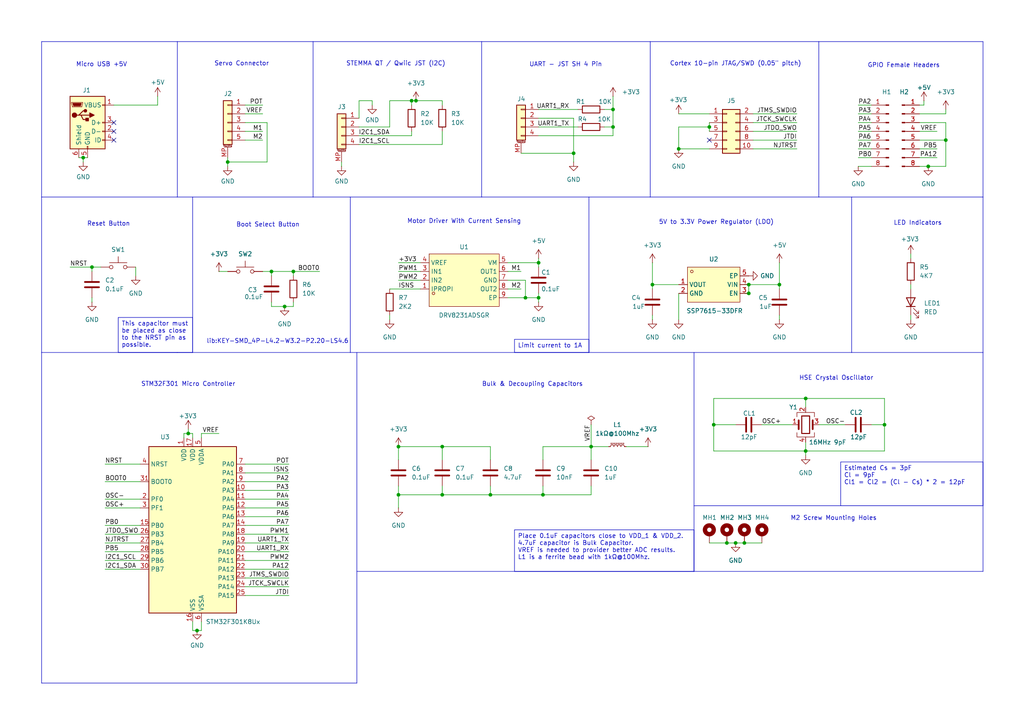
<source format=kicad_sch>
(kicad_sch (version 20231120) (generator "eeschema") (generator_version "8.0")
  (paper "A4")
  (lib_symbols
    (symbol "Connector:Conn_01x08_Pin" (pin_names (offset 1.016) hide)
      (property "Reference" "J" (at 0 10.16 0))
      (property "Value" "Conn_01x08_Pin" (at 0 -12.7 0))
      (symbol "Conn_01x08_Pin_1_1"
        (pin passive line (at 5.08 7.62 180) (length 3.81) (name "Pin_1") (number "1"))
        (pin passive line (at 5.08 5.08 180) (length 3.81) (name "Pin_2") (number "2"))
        (pin passive line (at 5.08 2.54 180) (length 3.81) (name "Pin_3") (number "3"))
        (pin passive line (at 5.08 0 180) (length 3.81) (name "Pin_4") (number "4"))
        (pin passive line (at 5.08 -2.54 180) (length 3.81) (name "Pin_5") (number "5"))
        (pin passive line (at 5.08 -5.08 180) (length 3.81) (name "Pin_6") (number "6"))
        (pin passive line (at 5.08 -7.62 180) (length 3.81) (name "Pin_7") (number "7"))
        (pin passive line (at 5.08 -10.16 180) (length 3.81) (name "Pin_8") (number "8"))
      )
    )
    (symbol "Connector:USB_B_Micro" (pin_names (offset 1.016))
      (property "Reference" "J" (at -5.08 11.43 0))
      (property "Value" "USB_B_Micro" (at -5.08 8.89 0))
      (symbol "USB_B_Micro_1_1"
        (pin power_out line (at 7.62 5.08 180) (length 2.54) (name "VBUS") (number "1"))
        (pin bidirectional line (at 7.62 -2.54 180) (length 2.54) (name "D-") (number "2"))
        (pin bidirectional line (at 7.62 0 180) (length 2.54) (name "D+") (number "3"))
        (pin passive line (at 7.62 -5.08 180) (length 2.54) (name "ID") (number "4"))
        (pin power_out line (at 0 -10.16 90) (length 2.54) (name "GND") (number "5"))
        (pin passive line (at -2.54 -10.16 90) (length 2.54) (name "Shield") (number "6"))
      )
    )
    (symbol "Connector_Generic:Conn_02x05_Odd_Even" (pin_names (offset 1.016) hide)
      (property "Reference" "J" (at 1.27 7.62 0))
      (property "Value" "Conn_02x05_Odd_Even" (at 1.27 -7.62 0))
      (symbol "Conn_02x05_Odd_Even_1_1"
        (pin passive line (at -5.08 5.08 0) (length 3.81) (name "Pin_1") (number "1"))
        (pin passive line (at 7.62 -5.08 180) (length 3.81) (name "Pin_10") (number "10"))
        (pin passive line (at 7.62 5.08 180) (length 3.81) (name "Pin_2") (number "2"))
        (pin passive line (at -5.08 2.54 0) (length 3.81) (name "Pin_3") (number "3"))
        (pin passive line (at 7.62 2.54 180) (length 3.81) (name "Pin_4") (number "4"))
        (pin passive line (at -5.08 0 0) (length 3.81) (name "Pin_5") (number "5"))
        (pin passive line (at 7.62 0 180) (length 3.81) (name "Pin_6") (number "6"))
        (pin passive line (at -5.08 -2.54 0) (length 3.81) (name "Pin_7") (number "7"))
        (pin passive line (at 7.62 -2.54 180) (length 3.81) (name "Pin_8") (number "8"))
        (pin passive line (at -5.08 -5.08 0) (length 3.81) (name "Pin_9") (number "9"))
      )
    )
    (symbol "Connector_Generic_MountingPin:Conn_01x04_MountingPin" (pin_names (offset 1.016) hide)
      (property "Reference" "J" (at 0 5.08 0))
      (property "Value" "Conn_01x04_MountingPin" (at 1.27 -7.62 0))
      (symbol "Conn_01x04_MountingPin_1_1"
        (text "Mounting" (at 0 -6.731 0) (effects (font (size 0.381 0.381))))
        (pin passive line (at -5.08 2.54 0) (length 3.81) (name "Pin_1") (number "1"))
        (pin passive line (at -5.08 0 0) (length 3.81) (name "Pin_2") (number "2"))
        (pin passive line (at -5.08 -2.54 0) (length 3.81) (name "Pin_3") (number "3"))
        (pin passive line (at -5.08 -5.08 0) (length 3.81) (name "Pin_4") (number "4"))
        (pin passive line (at 0 -10.16 90) (length 3.048) (name "MountPin") (number "MP"))
      )
    )
    (symbol "Connector_Generic_MountingPin:Conn_01x05_MountingPin" (pin_names (offset 1.016) hide)
      (property "Reference" "J" (at 0 7.62 0))
      (property "Value" "Conn_01x05_MountingPin" (at 1.27 -7.62 0))
      (symbol "Conn_01x05_MountingPin_1_1"
        (text "Mounting" (at 0 -6.731 0) (effects (font (size 0.381 0.381))))
        (pin passive line (at -5.08 5.08 0) (length 3.81) (name "Pin_1") (number "1"))
        (pin passive line (at -5.08 2.54 0) (length 3.81) (name "Pin_2") (number "2"))
        (pin passive line (at -5.08 0 0) (length 3.81) (name "Pin_3") (number "3"))
        (pin passive line (at -5.08 -2.54 0) (length 3.81) (name "Pin_4") (number "4"))
        (pin passive line (at -5.08 -5.08 0) (length 3.81) (name "Pin_5") (number "5"))
        (pin passive line (at 0 -10.16 90) (length 3.048) (name "MountPin") (number "MP"))
      )
    )
    (symbol "Device:C" (pin_numbers hide) (pin_names (offset 0.254))
      (property "Reference" "C" (at 0.635 2.54 0))
      (property "Value" "C" (at 0.635 -2.54 0))
      (symbol "C_1_1"
        (pin passive line (at 0 3.81 270) (length 2.794) (name "~") (number "1"))
        (pin passive line (at 0 -3.81 90) (length 2.794) (name "~") (number "2"))
      )
    )
    (symbol "Device:Crystal_GND24" (pin_names (offset 1.016) hide)
      (property "Reference" "Y" (at 3.175 5.08 0))
      (property "Value" "Crystal_GND24" (at 3.175 3.175 0))
      (symbol "Crystal_GND24_1_1"
        (pin passive line (at -3.81 0 0) (length 1.27) (name "1") (number "1"))
        (pin passive line (at 0 5.08 270) (length 1.27) (name "2") (number "2"))
        (pin passive line (at 3.81 0 180) (length 1.27) (name "3") (number "3"))
        (pin passive line (at 0 -5.08 90) (length 1.27) (name "4") (number "4"))
      )
    )
    (symbol "Device:LED" (pin_numbers hide) (pin_names (offset 1.016) hide)
      (property "Reference" "D" (at 0 2.54 0))
      (property "Value" "LED" (at 0 -2.54 0))
      (symbol "LED_1_1"
        (pin passive line (at -3.81 0 0) (length 2.54) (name "K") (number "1"))
        (pin passive line (at 3.81 0 180) (length 2.54) (name "A") (number "2"))
      )
    )
    (symbol "Device:L_Ferrite_Small" (pin_numbers hide) (pin_names (offset 0.254) hide)
      (property "Reference" "L" (at 1.27 1.016 0))
      (property "Value" "L_Ferrite_Small" (at 1.27 -1.27 0))
      (symbol "L_Ferrite_Small_1_1"
        (pin passive line (at 0 2.54 270) (length 0.508) (name "~") (number "1"))
        (pin passive line (at 0 -2.54 90) (length 0.508) (name "~") (number "2"))
      )
    )
    (symbol "Device:R" (pin_numbers hide) (pin_names (offset 0))
      (property "Reference" "R" (at 2.032 0 90))
      (property "Value" "R" (at 0 0 90))
      (symbol "R_1_1"
        (pin passive line (at 0 3.81 270) (length 1.27) (name "~") (number "1"))
        (pin passive line (at 0 -3.81 90) (length 1.27) (name "~") (number "2"))
      )
    )
    (symbol "MCU_ST_STM32F3:STM32F301K8Ux"
      (property "Reference" "U" (at -12.7 26.67 0))
      (property "Value" "STM32F301K8Ux" (at 5.08 26.67 0))
      (symbol "STM32F301K8Ux_1_1"
        (pin power_in line (at -2.54 27.94 270) (length 2.54) (name "VDD") (number "1"))
        (pin bidirectional line (at 15.24 12.7 180) (length 2.54) (name "PA3") (number "10"))
        (pin bidirectional line (at 15.24 10.16 180) (length 2.54) (name "PA4") (number "11"))
        (pin bidirectional line (at 15.24 7.62 180) (length 2.54) (name "PA5") (number "12"))
        (pin bidirectional line (at 15.24 5.08 180) (length 2.54) (name "PA6") (number "13"))
        (pin bidirectional line (at 15.24 2.54 180) (length 2.54) (name "PA7") (number "14"))
        (pin bidirectional line (at -15.24 2.54 0) (length 2.54) (name "PB0") (number "15"))
        (pin power_in line (at 0 -25.4 90) (length 2.54) (name "VSS") (number "16"))
        (pin power_in line (at 0 27.94 270) (length 2.54) (name "VDD") (number "17"))
        (pin bidirectional line (at 15.24 0 180) (length 2.54) (name "PA8") (number "18"))
        (pin bidirectional line (at 15.24 -2.54 180) (length 2.54) (name "PA9") (number "19"))
        (pin bidirectional line (at -15.24 10.16 0) (length 2.54) (name "PF0") (number "2"))
        (pin bidirectional line (at 15.24 -5.08 180) (length 2.54) (name "PA10") (number "20"))
        (pin bidirectional line (at 15.24 -7.62 180) (length 2.54) (name "PA11") (number "21"))
        (pin bidirectional line (at 15.24 -10.16 180) (length 2.54) (name "PA12") (number "22"))
        (pin bidirectional line (at 15.24 -12.7 180) (length 2.54) (name "PA13") (number "23"))
        (pin bidirectional line (at 15.24 -15.24 180) (length 2.54) (name "PA14") (number "24"))
        (pin bidirectional line (at 15.24 -17.78 180) (length 2.54) (name "PA15") (number "25"))
        (pin bidirectional line (at -15.24 0 0) (length 2.54) (name "PB3") (number "26"))
        (pin bidirectional line (at -15.24 -2.54 0) (length 2.54) (name "PB4") (number "27"))
        (pin bidirectional line (at -15.24 -5.08 0) (length 2.54) (name "PB5") (number "28"))
        (pin bidirectional line (at -15.24 -7.62 0) (length 2.54) (name "PB6") (number "29"))
        (pin bidirectional line (at -15.24 7.62 0) (length 2.54) (name "PF1") (number "3"))
        (pin bidirectional line (at -15.24 -10.16 0) (length 2.54) (name "PB7") (number "30"))
        (pin input line (at -15.24 15.24 0) (length 2.54) (name "BOOT0") (number "31"))
        (pin passive line (at 0 -25.4 90) (length 2.54) hide (name "VSS") (number "32"))
        (pin passive line (at 0 -25.4 90) (length 2.54) hide (name "VSS") (number "33"))
        (pin input line (at -15.24 20.32 0) (length 2.54) (name "NRST") (number "4"))
        (pin power_in line (at 2.54 27.94 270) (length 2.54) (name "VDDA") (number "5"))
        (pin power_in line (at 2.54 -25.4 90) (length 2.54) (name "VSSA") (number "6"))
        (pin bidirectional line (at 15.24 20.32 180) (length 2.54) (name "PA0") (number "7"))
        (pin bidirectional line (at 15.24 17.78 180) (length 2.54) (name "PA1") (number "8"))
        (pin bidirectional line (at 15.24 15.24 180) (length 2.54) (name "PA2") (number "9"))
      )
    )
    (symbol "Mechanical:MountingHole_Pad_MP" (pin_numbers hide) (pin_names (offset 1.016) hide) (exclude_from_sim yes) (in_bom no)
      (property "Reference" "MH1" (at -2.032 4.826 0))
      (symbol "MountingHole_Pad_MP_1_1"
        (pin input line (at 0 -2.54 90) (length 2.54) (name "MP") (number "1"))
      )
    )
    (symbol "MountingHole_Pad_MP_1" (pin_numbers hide) (pin_names (offset 1.016) hide) (exclude_from_sim yes) (in_bom no)
      (property "Reference" "MH4" (at -2.032 4.826 0))
      (symbol "MountingHole_Pad_MP_1_1_1"
        (pin input line (at 0 -2.54 90) (length 2.54) (name "MP") (number "1"))
      )
    )
    (symbol "MountingHole_Pad_MP_2" (pin_numbers hide) (pin_names (offset 1.016) hide) (exclude_from_sim yes) (in_bom no)
      (property "Reference" "MH2" (at -2.032 4.826 0))
      (symbol "MountingHole_Pad_MP_2_1_1"
        (pin input line (at 0 -2.54 90) (length 2.54) (name "MP") (number "1"))
      )
    )
    (symbol "Switch:SW_Push" (pin_numbers hide) (pin_names (offset 1.016) hide)
      (property "Reference" "SW" (at 1.27 2.54 0))
      (property "Value" "SW_Push" (at 0 -1.524 0))
      (symbol "SW_Push_0_1"
        (pin passive line (at -5.08 0 0) (length 2.54) (name "1") (number "1"))
        (pin passive line (at 5.08 0 180) (length 2.54) (name "2") (number "2"))
      )
    )
    (symbol "lib:DRV8231ADSGR"
      (property "Reference" "U" (at 0 10.16 0))
      (property "Value" "DRV8231ADSGR" (at 0 -10.16 0))
      (symbol "DRV8231ADSGR_1_1"
        (pin output line (at -12.7 2.54 0) (length 2.54) (name "IPROPI") (number "1"))
        (pin input line (at -12.7 0 0) (length 2.54) (name "IN2") (number "2"))
        (pin input line (at -12.7 -2.54 0) (length 2.54) (name "IN1") (number "3"))
        (pin power_in line (at -12.7 -5.08 0) (length 2.54) (name "VREF") (number "4"))
        (pin power_in line (at 12.7 -5.08 180) (length 2.54) (name "VM") (number "5"))
        (pin output line (at 12.7 -2.54 180) (length 2.54) (name "OUT1") (number "6"))
        (pin power_in line (at 12.7 0 180) (length 2.54) (name "GND") (number "7"))
        (pin output line (at 12.7 2.54 180) (length 2.54) (name "OUT2") (number "8"))
        (pin power_in line (at 12.7 5.08 180) (length 2.54) (name "EP") (number "9"))
      )
    )
    (symbol "lib:SSP7615-33DFR"
      (property "Reference" "U" (at 0 7.62 0))
      (property "Value" "SSP7615-33DFR" (at 0 -7.62 0))
      (symbol "SSP7615-33DFR_1_1"
        (pin power_out line (at -10.16 0 0) (length 2.54) (name "VOUT") (number "1"))
        (pin power_in line (at -10.16 -2.54 0) (length 2.54) (name "GND") (number "2"))
        (pin power_in line (at 10.16 -2.54 180) (length 2.54) (name "EN") (number "3"))
        (pin power_in line (at 10.16 0 180) (length 2.54) (name "VIN") (number "4"))
        (pin power_in line (at 10.16 2.54 180) (length 2.54) (name "EP") (number "5"))
      )
    )
    (symbol "power:+3V3" (power) (pin_numbers hide) (pin_names (offset 0) hide)
      (property "Value" "+3V3" (at 0 3.556 0))
      (symbol "+3V3_1_1"
        (pin power_in line (at 0 0 90) (length 0) (name "~") (number "1"))
      )
    )
    (symbol "power:+5V" (power) (pin_numbers hide) (pin_names (offset 0) hide)
      (property "Value" "+5V" (at 0 3.556 0))
      (symbol "+5V_1_1"
        (pin power_in line (at 0 0 90) (length 0) (name "~") (number "1"))
      )
    )
    (symbol "power:GND" (power) (pin_numbers hide) (pin_names (offset 0) hide)
      (property "Value" "GND" (at 0 -3.81 0))
      (symbol "GND_1_1"
        (pin power_in line (at 0 0 270) (length 0) (name "~") (number "1"))
      )
    )
    (symbol "power:PWR_FLAG" (power) (pin_numbers hide) (pin_names (offset 0) hide)
      (property "Value" "PWR_FLAG" (at 0 3.81 0))
      (symbol "PWR_FLAG_0_0"
        (pin power_out line (at 0 0 90) (length 0) (name "~") (number "1"))
      )
    )
  )
  (junction (at 128.27 143.51))
  (junction (at 177.8 36.83))
  (junction (at 156.21 86.36))
  (junction (at 210.82 157.48))
  (junction (at 26.67 77.47))
  (junction (at 226.06 82.55))
  (junction (at 189.23 82.55))
  (junction (at 171.45 129.54))
  (junction (at 233.68 115.57))
  (junction (at 196.85 43.18))
  (junction (at 205.74 36.83))
  (junction (at 120.65 29.21))
  (junction (at 54.61 125.73))
  (junction (at 115.57 143.51))
  (junction (at 57.15 182.88))
  (junction (at 85.09 78.74))
  (junction (at 82.55 88.9))
  (junction (at 207.01 123.19))
  (junction (at 119.38 29.21))
  (junction (at 256.54 123.19))
  (junction (at 233.68 130.81))
  (junction (at 115.57 129.54))
  (junction (at 156.21 76.2))
  (junction (at 128.27 129.54))
  (junction (at 213.36 157.48))
  (junction (at 166.37 44.45))
  (junction (at 24.13 45.72))
  (junction (at 217.17 85.09))
  (junction (at 78.74 78.74))
  (junction (at 157.48 143.51))
  (junction (at 274.32 40.64))
  (junction (at 215.9 157.48))
  (junction (at 177.8 31.75))
  (junction (at 217.17 82.55))
  (junction (at 152.4 86.36))
  (junction (at 142.24 143.51))
  (junction (at 269.24 48.26))
  (junction (at 66.04 46.99))
  (no_connect (at 33.02 40.64))
  (no_connect (at 205.74 40.64))
  (no_connect (at 33.02 35.56))
  (no_connect (at 33.02 38.1))
  (wire (pts (xy 20.32 77.47) (xy 26.67 77.47)))
  (polyline (pts (xy 285.115 57.15) (xy 237.49 57.15)))
  (wire (pts (xy 104.14 39.37) (xy 119.38 39.37)))
  (wire (pts (xy 156.21 76.2) (xy 147.32 76.2)))
  (wire (pts (xy 205.74 35.56) (xy 205.74 36.83)))
  (wire (pts (xy 83.82 152.4) (xy 71.12 152.4)))
  (wire (pts (xy 78.74 88.9) (xy 82.55 88.9)))
  (wire (pts (xy 207.01 123.19) (xy 207.01 115.57)))
  (wire (pts (xy 85.09 78.74) (xy 78.74 78.74)))
  (polyline (pts (xy 101.6 102.235) (xy 51.435 102.235)))
  (polyline (pts (xy 285.115 12.065) (xy 237.49 12.065)))
  (wire (pts (xy 24.13 46.99) (xy 24.13 45.72)))
  (wire (pts (xy 71.12 33.02) (xy 76.2 33.02)))
  (wire (pts (xy 196.85 43.18) (xy 205.74 43.18)))
  (wire (pts (xy 271.78 38.1) (xy 266.7 38.1)))
  (wire (pts (xy 177.8 39.37) (xy 156.21 39.37)))
  (wire (pts (xy 115.57 143.51) (xy 115.57 147.32)))
  (wire (pts (xy 66.04 48.26) (xy 66.04 46.99)))
  (wire (pts (xy 55.88 125.73) (xy 54.61 125.73)))
  (wire (pts (xy 177.8 36.83) (xy 177.8 39.37)))
  (wire (pts (xy 24.13 45.72) (xy 25.4 45.72)))
  (wire (pts (xy 30.48 157.48) (xy 40.64 157.48)))
  (wire (pts (xy 175.26 36.83) (xy 177.8 36.83)))
  (polyline (pts (xy 51.435 102.235) (xy 12.065 102.235)))
  (polyline (pts (xy 170.815 57.15) (xy 170.815 102.235)))
  (wire (pts (xy 217.17 82.55) (xy 226.06 82.55)))
  (wire (pts (xy 128.27 143.51) (xy 115.57 143.51)))
  (wire (pts (xy 248.92 43.18) (xy 252.73 43.18)))
  (polyline (pts (xy 201.295 146.685) (xy 285.115 146.685)))
  (polyline (pts (xy 12.065 102.235) (xy 12.065 57.15)))
  (wire (pts (xy 207.01 115.57) (xy 233.68 115.57)))
  (wire (pts (xy 231.14 40.64) (xy 218.44 40.64)))
  (wire (pts (xy 76.2 30.48) (xy 71.12 30.48)))
  (wire (pts (xy 248.92 48.26) (xy 252.73 48.26)))
  (wire (pts (xy 53.34 127) (xy 53.34 125.73)))
  (polyline (pts (xy 90.805 12.065) (xy 139.7 12.065)))
  (wire (pts (xy 147.32 86.36) (xy 152.4 86.36)))
  (wire (pts (xy 83.82 139.7) (xy 71.12 139.7)))
  (wire (pts (xy 256.54 123.19) (xy 256.54 115.57)))
  (wire (pts (xy 128.27 30.48) (xy 128.27 29.21)))
  (polyline (pts (xy 139.7 12.065) (xy 139.7 57.15)))
  (wire (pts (xy 231.14 35.56) (xy 218.44 35.56)))
  (wire (pts (xy 63.5 78.74) (xy 66.04 78.74)))
  (wire (pts (xy 205.74 157.48) (xy 210.82 157.48)))
  (wire (pts (xy 220.98 123.19) (xy 229.87 123.19)))
  (wire (pts (xy 55.88 182.88) (xy 57.15 182.88)))
  (wire (pts (xy 142.24 133.35) (xy 142.24 129.54)))
  (polyline (pts (xy 12.065 12.065) (xy 51.435 12.065)))
  (wire (pts (xy 248.92 40.64) (xy 252.73 40.64)))
  (wire (pts (xy 248.92 35.56) (xy 252.73 35.56)))
  (wire (pts (xy 30.48 134.62) (xy 40.64 134.62)))
  (wire (pts (xy 248.92 45.72) (xy 252.73 45.72)))
  (wire (pts (xy 189.23 82.55) (xy 196.85 82.55)))
  (wire (pts (xy 128.27 29.21) (xy 120.65 29.21)))
  (wire (pts (xy 30.48 154.94) (xy 40.64 154.94)))
  (wire (pts (xy 271.78 43.18) (xy 266.7 43.18)))
  (wire (pts (xy 22.86 45.72) (xy 24.13 45.72)))
  (wire (pts (xy 226.06 76.2) (xy 226.06 82.55)))
  (wire (pts (xy 166.37 44.45) (xy 166.37 34.29)))
  (wire (pts (xy 85.09 88.9) (xy 82.55 88.9)))
  (wire (pts (xy 166.37 46.99) (xy 166.37 44.45)))
  (wire (pts (xy 233.68 130.81) (xy 233.68 132.08)))
  (wire (pts (xy 231.14 38.1) (xy 218.44 38.1)))
  (wire (pts (xy 83.82 134.62) (xy 71.12 134.62)))
  (wire (pts (xy 83.82 137.16) (xy 71.12 137.16)))
  (wire (pts (xy 256.54 130.81) (xy 233.68 130.81)))
  (polyline (pts (xy 170.815 102.235) (xy 101.6 102.235)))
  (wire (pts (xy 210.82 157.48) (xy 213.36 157.48)))
  (polyline (pts (xy 247.015 102.235) (xy 170.815 102.235)))
  (wire (pts (xy 175.26 31.75) (xy 177.8 31.75)))
  (wire (pts (xy 115.57 78.74) (xy 121.92 78.74)))
  (wire (pts (xy 107.95 29.21) (xy 104.14 29.21)))
  (wire (pts (xy 33.02 30.48) (xy 45.72 30.48)))
  (wire (pts (xy 78.74 87.63) (xy 78.74 88.9)))
  (polyline (pts (xy 103.505 165.735) (xy 201.295 165.735)))
  (wire (pts (xy 215.9 82.55) (xy 217.17 82.55)))
  (wire (pts (xy 274.32 31.75) (xy 274.32 33.02)))
  (wire (pts (xy 196.85 92.71) (xy 196.85 85.09)))
  (wire (pts (xy 156.21 86.36) (xy 156.21 85.09)))
  (wire (pts (xy 196.85 33.02) (xy 205.74 33.02)))
  (wire (pts (xy 104.14 34.29) (xy 104.14 29.21)))
  (polyline (pts (xy 12.065 102.235) (xy 12.065 198.12)))
  (wire (pts (xy 213.36 123.19) (xy 207.01 123.19)))
  (wire (pts (xy 55.88 180.34) (xy 55.88 182.88)))
  (wire (pts (xy 205.74 36.83) (xy 205.74 38.1)))
  (wire (pts (xy 171.45 129.54) (xy 171.45 133.35)))
  (wire (pts (xy 58.42 125.73) (xy 58.42 127)))
  (wire (pts (xy 39.37 77.47) (xy 39.37 80.01)))
  (wire (pts (xy 256.54 115.57) (xy 233.68 115.57)))
  (wire (pts (xy 156.21 77.47) (xy 156.21 76.2)))
  (wire (pts (xy 128.27 140.97) (xy 128.27 143.51)))
  (polyline (pts (xy 285.115 102.235) (xy 285.115 165.735)))
  (polyline (pts (xy 188.595 12.065) (xy 188.595 57.15)))
  (wire (pts (xy 77.47 35.56) (xy 77.47 46.99)))
  (polyline (pts (xy 51.435 12.065) (xy 51.435 57.15)))
  (wire (pts (xy 151.13 83.82) (xy 147.32 83.82)))
  (wire (pts (xy 189.23 91.44) (xy 189.23 92.71)))
  (wire (pts (xy 233.68 115.57) (xy 233.68 118.11)))
  (wire (pts (xy 83.82 144.78) (xy 71.12 144.78)))
  (wire (pts (xy 113.03 36.83) (xy 104.14 36.83)))
  (wire (pts (xy 248.92 30.48) (xy 252.73 30.48)))
  (wire (pts (xy 167.64 31.75) (xy 156.21 31.75)))
  (wire (pts (xy 83.82 160.02) (xy 71.12 160.02)))
  (wire (pts (xy 63.5 125.73) (xy 58.42 125.73)))
  (wire (pts (xy 26.67 77.47) (xy 29.21 77.47)))
  (wire (pts (xy 215.9 157.48) (xy 220.98 157.48)))
  (wire (pts (xy 119.38 29.21) (xy 119.38 30.48)))
  (polyline (pts (xy 237.49 12.065) (xy 237.49 57.15)))
  (polyline (pts (xy 12.065 57.15) (xy 12.065 12.065)))
  (wire (pts (xy 113.03 36.83) (xy 113.03 29.21)))
  (wire (pts (xy 83.82 165.1) (xy 71.12 165.1)))
  (wire (pts (xy 171.45 140.97) (xy 171.45 143.51)))
  (wire (pts (xy 83.82 154.94) (xy 71.12 154.94)))
  (wire (pts (xy 233.68 128.27) (xy 233.68 130.81)))
  (wire (pts (xy 30.48 162.56) (xy 40.64 162.56)))
  (wire (pts (xy 245.11 123.19) (xy 237.49 123.19)))
  (wire (pts (xy 248.92 33.02) (xy 252.73 33.02)))
  (wire (pts (xy 189.23 76.2) (xy 189.23 82.55)))
  (polyline (pts (xy 188.595 57.15) (xy 139.7 57.15)))
  (wire (pts (xy 77.47 46.99) (xy 66.04 46.99)))
  (wire (pts (xy 207.01 130.81) (xy 233.68 130.81)))
  (wire (pts (xy 83.82 149.86) (xy 71.12 149.86)))
  (polyline (pts (xy 90.805 12.065) (xy 90.805 57.15)))
  (wire (pts (xy 85.09 87.63) (xy 85.09 88.9)))
  (wire (pts (xy 128.27 38.1) (xy 128.27 41.91)))
  (wire (pts (xy 205.74 36.83) (xy 196.85 36.83)))
  (wire (pts (xy 157.48 129.54) (xy 171.45 129.54)))
  (wire (pts (xy 30.48 160.02) (xy 40.64 160.02)))
  (wire (pts (xy 128.27 143.51) (xy 142.24 143.51)))
  (wire (pts (xy 151.13 78.74) (xy 147.32 78.74)))
  (wire (pts (xy 156.21 36.83) (xy 167.64 36.83)))
  (wire (pts (xy 113.03 83.82) (xy 121.92 83.82)))
  (wire (pts (xy 156.21 87.63) (xy 156.21 86.36)))
  (wire (pts (xy 83.82 172.72) (xy 71.12 172.72)))
  (wire (pts (xy 115.57 81.28) (xy 121.92 81.28)))
  (wire (pts (xy 187.96 129.54) (xy 181.61 129.54)))
  (wire (pts (xy 26.67 78.74) (xy 26.67 77.47)))
  (wire (pts (xy 266.7 40.64) (xy 274.32 40.64)))
  (wire (pts (xy 83.82 162.56) (xy 71.12 162.56)))
  (wire (pts (xy 271.78 45.72) (xy 266.7 45.72)))
  (wire (pts (xy 226.06 83.82) (xy 226.06 82.55)))
  (polyline (pts (xy 285.115 12.065) (xy 285.115 57.15)))
  (wire (pts (xy 30.48 152.4) (xy 40.64 152.4)))
  (wire (pts (xy 264.16 91.44) (xy 264.16 92.71)))
  (wire (pts (xy 176.53 129.54) (xy 171.45 129.54)))
  (wire (pts (xy 115.57 76.2) (xy 121.92 76.2)))
  (wire (pts (xy 53.34 125.73) (xy 54.61 125.73)))
  (wire (pts (xy 196.85 36.83) (xy 196.85 43.18)))
  (wire (pts (xy 128.27 129.54) (xy 142.24 129.54)))
  (wire (pts (xy 217.17 85.09) (xy 217.17 82.55)))
  (wire (pts (xy 113.03 29.21) (xy 119.38 29.21)))
  (wire (pts (xy 71.12 35.56) (xy 77.47 35.56)))
  (wire (pts (xy 266.7 48.26) (xy 269.24 48.26)))
  (wire (pts (xy 231.14 33.02) (xy 218.44 33.02)))
  (wire (pts (xy 30.48 144.78) (xy 40.64 144.78)))
  (polyline (pts (xy 237.49 57.15) (xy 188.595 57.15)))
  (wire (pts (xy 45.72 27.94) (xy 45.72 30.48)))
  (wire (pts (xy 142.24 140.97) (xy 142.24 143.51)))
  (wire (pts (xy 55.88 127) (xy 55.88 125.73)))
  (wire (pts (xy 30.48 147.32) (xy 40.64 147.32)))
  (wire (pts (xy 115.57 140.97) (xy 115.57 143.51)))
  (wire (pts (xy 76.2 40.64) (xy 71.12 40.64)))
  (wire (pts (xy 120.65 29.21) (xy 119.38 29.21)))
  (polyline (pts (xy 139.7 57.15) (xy 90.805 57.15)))
  (wire (pts (xy 119.38 38.1) (xy 119.38 39.37)))
  (wire (pts (xy 274.32 35.56) (xy 266.7 35.56)))
  (wire (pts (xy 177.8 27.94) (xy 177.8 31.75)))
  (wire (pts (xy 231.14 43.18) (xy 218.44 43.18)))
  (wire (pts (xy 128.27 129.54) (xy 128.27 133.35)))
  (wire (pts (xy 104.14 41.91) (xy 128.27 41.91)))
  (wire (pts (xy 128.27 129.54) (xy 115.57 129.54)))
  (polyline (pts (xy 139.7 12.065) (xy 188.595 12.065)))
  (wire (pts (xy 267.97 30.48) (xy 266.7 30.48)))
  (polyline (pts (xy 51.435 57.15) (xy 12.065 57.15)))
  (wire (pts (xy 58.42 182.88) (xy 57.15 182.88)))
  (polyline (pts (xy 103.505 102.235) (xy 103.505 198.12)))
  (wire (pts (xy 54.61 124.46) (xy 54.61 125.73)))
  (polyline (pts (xy 55.88 57.15) (xy 55.88 102.235)))
  (wire (pts (xy 157.48 133.35) (xy 157.48 129.54)))
  (wire (pts (xy 166.37 34.29) (xy 156.21 34.29)))
  (polyline (pts (xy 103.505 198.12) (xy 12.065 198.12)))
  (wire (pts (xy 152.4 81.28) (xy 152.4 86.36)))
  (polyline (pts (xy 201.295 102.235) (xy 201.295 165.735)))
  (wire (pts (xy 213.36 157.48) (xy 215.9 157.48)))
  (wire (pts (xy 151.13 44.45) (xy 166.37 44.45)))
  (wire (pts (xy 215.9 85.09) (xy 217.17 85.09)))
  (wire (pts (xy 156.21 74.93) (xy 156.21 76.2)))
  (wire (pts (xy 267.97 29.21) (xy 267.97 30.48)))
  (wire (pts (xy 177.8 31.75) (xy 177.8 36.83)))
  (wire (pts (xy 207.01 123.19) (xy 207.01 130.81)))
  (wire (pts (xy 58.42 180.34) (xy 58.42 182.88)))
  (wire (pts (xy 85.09 78.74) (xy 92.71 78.74)))
  (wire (pts (xy 274.32 33.02) (xy 266.7 33.02)))
  (wire (pts (xy 189.23 83.82) (xy 189.23 82.55)))
  (wire (pts (xy 248.92 38.1) (xy 252.73 38.1)))
  (wire (pts (xy 264.16 82.55) (xy 264.16 83.82)))
  (wire (pts (xy 147.32 81.28) (xy 152.4 81.28)))
  (wire (pts (xy 252.73 123.19) (xy 256.54 123.19)))
  (wire (pts (xy 171.45 123.19) (xy 171.45 129.54)))
  (wire (pts (xy 83.82 157.48) (xy 71.12 157.48)))
  (wire (pts (xy 256.54 123.19) (xy 256.54 130.81)))
  (polyline (pts (xy 285.115 57.15) (xy 285.115 102.235)))
  (polyline (pts (xy 90.805 57.15) (xy 51.435 57.15)))
  (wire (pts (xy 76.2 78.74) (xy 78.74 78.74)))
  (wire (pts (xy 171.45 143.51) (xy 157.48 143.51)))
  (polyline (pts (xy 51.435 12.065) (xy 90.805 12.065)))
  (wire (pts (xy 83.82 142.24) (xy 71.12 142.24)))
  (wire (pts (xy 113.03 92.71) (xy 113.03 91.44)))
  (wire (pts (xy 115.57 129.54) (xy 115.57 133.35)))
  (wire (pts (xy 30.48 165.1) (xy 40.64 165.1)))
  (wire (pts (xy 269.24 48.26) (xy 274.32 48.26)))
  (wire (pts (xy 66.04 46.99) (xy 66.04 45.72)))
  (polyline (pts (xy 188.595 12.065) (xy 237.49 12.065)))
  (wire (pts (xy 85.09 80.01) (xy 85.09 78.74)))
  (wire (pts (xy 274.32 48.26) (xy 274.32 40.64)))
  (wire (pts (xy 152.4 86.36) (xy 156.21 86.36)))
  (wire (pts (xy 264.16 74.93) (xy 264.16 73.66)))
  (polyline (pts (xy 101.6 57.15) (xy 101.6 102.235)))
  (polyline (pts (xy 247.015 102.235) (xy 285.115 102.235)))
  (wire (pts (xy 78.74 80.01) (xy 78.74 78.74)))
  (wire (pts (xy 83.82 147.32) (xy 71.12 147.32)))
  (wire (pts (xy 83.82 167.64) (xy 71.12 167.64)))
  (wire (pts (xy 107.95 29.21) (xy 107.95 30.48)))
  (wire (pts (xy 157.48 143.51) (xy 142.24 143.51)))
  (wire (pts (xy 274.32 35.56) (xy 274.32 40.64)))
  (wire (pts (xy 26.67 87.63) (xy 26.67 86.36)))
  (wire (pts (xy 71.12 38.1) (xy 76.2 38.1)))
  (wire (pts (xy 157.48 140.97) (xy 157.48 143.51)))
  (wire (pts (xy 226.06 92.71) (xy 226.06 91.44)))
  (wire (pts (xy 83.82 170.18) (xy 71.12 170.18)))
  (wire (pts (xy 30.48 139.7) (xy 40.64 139.7)))
  (polyline (pts (xy 247.015 57.15) (xy 247.015 102.235)))
  (wire (pts (xy 99.06 48.26) (xy 99.06 46.99)))
  (polyline (pts (xy 201.295 165.735) (xy 285.115 165.735)))
  (text_box "This capacitor must be placed as close to the NRST pin as possible." (at 34.29 92.075 0) (size 21.59 10.16) (effects (font (size 1.27 1.27)) (justify left top)))
  (text_box "Place 0.1uF capacitors close to VDD_1 & VDD_2.\n4.7uF capacitor is Bulk Capacitor.\nVREF is needed to provider better ADC results.\nL1 is a ferrite bead with 1kΩ@100Mhz." (at 149.225 153.67 0) (size 52.07 12.065) (effects (font (size 1.27 1.27)) (justify left top)))
  (text_box "Limit current to 1A" (at 149.225 98.425 0) (size 21.59 3.81) (effects (font (size 1.27 1.27)) (justify left top)))
  (text_box "Estimated Cs = 3pF\nCl = 9pF\nCl1 = Cl2 = (Cl - Cs) * 2 = 12pF" (at 243.84 133.985 0) (size 41.275 12.7) (effects (font (size 1.27 1.27)) (justify left top)))
  (text "Cortex 10-pin JTAG/SWD (0.05\" pitch)" (at 213.36 18.542 0) (effects (font (size 1.27 1.27))))
  (text "Reset Button" (at 31.496 65.024 0) (effects (font (size 1.27 1.27))))
  (text "STM32F301 Micro Controller" (at 54.61 111.506 0) (effects (font (size 1.27 1.27))))
  (text "Boot Select Button" (at 77.724 65.278 0) (effects (font (size 1.27 1.27))))
  (text "Servo Connector" (at 70.104 18.542 0) (effects (font (size 1.27 1.27))))
  (text "Bulk & Decoupling Capacitors" (at 154.432 111.506 0) (effects (font (size 1.27 1.27))))
  (text "GPIO Female Headers" (at 262.128 19.05 0) (effects (font (size 1.27 1.27))))
  (text "5V to 3.3V Power Regulator (LDO)" (at 207.772 64.516 0) (effects (font (size 1.27 1.27))))
  (text "LED Indicators" (at 266.192 64.77 0) (effects (font (size 1.27 1.27))))
  (text "Micro USB +5V" (at 29.464 18.796 0) (effects (font (size 1.27 1.27))))
  (text "M2 Screw Mounting Holes" (at 241.808 150.368 0) (effects (font (size 1.27 1.27))))
  (text "UART - JST SH 4 Pin" (at 164.084 18.796 0) (effects (font (size 1.27 1.27))))
  (text "STEMMA QT / Qwiic JST (I2C)" (at 114.808 18.542 0) (effects (font (size 1.27 1.27))))
  (text "HSE Crystal Oscillator" (at 242.57 109.728 0) (effects (font (size 1.27 1.27))))
  (text "lib:KEY-SMD_4P-L4.2-W3.2-P2.20-LS4.6" (at 80.518 99.06 0) (effects (font (size 1.27 1.27))))
  (text "Motor Driver With Current Sensing" (at 134.62 64.262 0) (effects (font (size 1.27 1.27))))
  (label "JTCK_SWCLK" (at 231.14 35.56 180))
  (label "NJTRST" (at 231.14 43.18 180))
  (label "UART1_TX" (at 165.1 36.83 180))
  (label "PB5" (at 271.78 43.18 180))
  (label "PWM1" (at 115.57 78.74 0))
  (label "PB0" (at 248.92 45.72 0))
  (label "PA3" (at 248.92 33.02 0))
  (label "JTDO_SWO" (at 30.48 154.94 0))
  (label "OSC+" (at 220.98 123.19 0))
  (label "VREF" (at 63.5 125.73 180))
  (label "NRST" (at 30.48 134.62 0))
  (label "I2C1_SDA" (at 113.03 39.37 180))
  (label "PA5" (at 248.92 38.1 0))
  (label "+3V3" (at 115.57 76.2 0))
  (label "PA12" (at 271.78 45.72 180))
  (label "UART1_TX" (at 83.82 157.48 180))
  (label "PA4" (at 83.82 144.78 180))
  (label "NRST" (at 20.32 77.47 0))
  (label "PA4" (at 248.92 35.56 0))
  (label "I2C1_SDA" (at 30.48 165.1 0))
  (label "JTMS_SWDIO" (at 83.82 167.64 180))
  (label "PA2" (at 83.82 139.7 180))
  (label "POT" (at 76.2 30.48 180))
  (label "BOOT0" (at 30.48 139.7 0))
  (label "UART1_RX" (at 83.82 160.02 180))
  (label "PWM2" (at 83.82 162.56 180))
  (label "PB0" (at 30.48 152.4 0))
  (label "PA6" (at 248.92 40.64 0))
  (label "I2C1_SCL" (at 113.03 41.91 180))
  (label "PA7" (at 83.82 152.4 180))
  (label "PA5" (at 83.82 147.32 180))
  (label "BOOT0" (at 92.71 78.74 180))
  (label "ISNS" (at 115.57 83.82 0))
  (label "PA12" (at 83.82 165.1 180))
  (label "M1" (at 151.13 78.74 180))
  (label "I2C1_SCL" (at 30.48 162.56 0))
  (label "PWM2" (at 115.57 81.28 0))
  (label "PA3" (at 83.82 142.24 180))
  (label "NJTRST" (at 30.48 157.48 0))
  (label "VREF" (at 271.78 38.1 180))
  (label "PA6" (at 83.82 149.86 180))
  (label "JTDI" (at 231.14 40.64 180))
  (label "JTDO_SWO" (at 231.14 38.1 180))
  (label "VREF" (at 171.45 123.19 270))
  (label "PWM1" (at 83.82 154.94 180))
  (label "OSC+" (at 30.48 147.32 0))
  (label "VREF" (at 76.2 33.02 180))
  (label "PA2" (at 248.92 30.48 0))
  (label "M2" (at 151.13 83.82 180))
  (label "JTMS_SWDIO" (at 231.14 33.02 180))
  (label "POT" (at 83.82 134.62 180))
  (label "M1" (at 76.2 38.1 180))
  (label "OSC-" (at 245.11 123.19 180))
  (label "PB5" (at 30.48 160.02 0))
  (label "UART1_RX" (at 165.1 31.75 180))
  (label "JTDI" (at 83.82 172.72 180))
  (label "OSC-" (at 30.48 144.78 0))
  (label "M2" (at 76.2 40.64 180))
  (label "ISNS" (at 83.82 137.16 180))
  (label "PA7" (at 248.92 43.18 0))
  (label "JTCK_SWCLK" (at 83.82 170.18 180))
  (symbol (lib_id "power:GND") (at 57.15 182.88 0) (mirror y) (unit 1)
    (property "Reference" "#PWR034" (effects (hide yes)))
    (property "Value" "GND" (at 55.118 187.198 0) (effects (justify right)))
    (property "Description" "Power symbol creates a global label with name \"GND\" , ground" (effects (hide yes)))
  )
  (symbol (lib_id "Device:R") (at 119.38 34.29 0) (unit 1)
    (property "Reference" "R2" (at 121.92 33.0199 0) (effects (justify left)))
    (property "Value" "10K" (at 121.92 35.5599 0) (effects (justify left)))
    (property "Footprint" "Resistor_SMD:R_0402_1005Metric" (effects (hide yes)))
    (property "Description" "Resistor" (effects (hide yes)))
  )
  (symbol (lib_id "power:+3V3") (at 189.23 76.2 0) (unit 1)
    (property "Reference" "#PWR016" (effects (hide yes)))
    (property "Value" "+3V3" (at 189.23 71.12 0))
    (property "Description" "Power symbol creates a global label with name \"+3V3\"" (effects (hide yes)))
  )
  (symbol (lib_id "power:GND") (at 166.37 46.99 0) (mirror y) (unit 1)
    (property "Reference" "#PWR09" (effects (hide yes)))
    (property "Value" "GND" (at 166.37 52.07 0))
    (property "Description" "Power symbol creates a global label with name \"GND\" , ground" (effects (hide yes)))
  )
  (symbol (lib_id "Device:LED") (at 264.16 87.63 90) (unit 1)
    (property "Reference" "LED1" (at 267.97 87.9474 90) (effects (justify right)))
    (property "Value" "RED" (at 267.97 90.4874 90) (effects (justify right)))
    (property "Footprint" "LED_SMD:LED_0603_1608Metric" (effects (hide yes)))
    (property "Description" "Light emitting diode" (effects (hide yes)))
  )
  (symbol (lib_id "Device:C") (at 156.21 81.28 180) (unit 1)
    (property "Reference" "C1" (at 156.972 78.994 0) (effects (justify right)))
    (property "Value" "0.1uF" (at 156.972 83.82 0) (effects (justify right)))
    (property "Footprint" "Capacitor_SMD:C_0402_1005Metric" (effects (hide yes)))
    (property "Description" "Unpolarized capacitor" (effects (hide yes)))
  )
  (symbol (lib_id "power:GND") (at 39.37 80.01 0) (unit 1)
    (property "Reference" "#PWR019" (effects (hide yes)))
    (property "Value" "GND" (at 39.37 85.09 0))
    (property "Description" "Power symbol creates a global label with name \"GND\" , ground" (effects (hide yes)))
  )
  (symbol (lib_name "MountingHole_Pad_MP_1") (lib_id "Mechanical:MountingHole_Pad_MP") (at 220.98 154.94 0) (unit 1) (exclude_from_sim yes) (in_bom no)
    (property "Reference" "MH4" (at 218.948 150.114 0) (effects (justify left)))
    (property "Value" "MountingHole_Pad_MP" (effects (hide yes)))
    (property "Footprint" "MountingHole:MountingHole_2.2mm_M2_Pad_Via" (effects (hide yes)))
    (property "Description" "Mounting Hole with connection as pad named MP" (effects (hide yes)))
  )
  (symbol (lib_id "power:GND") (at 233.68 132.08 0) (unit 1)
    (property "Reference" "#PWR032" (effects (hide yes)))
    (property "Value" "GND" (at 233.68 137.16 0))
    (property "Description" "Power symbol creates a global label with name \"GND\" , ground" (effects (hide yes)))
  )
  (symbol (lib_id "power:+3V3") (at 115.57 129.54 0) (unit 1)
    (property "Reference" "#PWR030" (effects (hide yes)))
    (property "Value" "+3V3" (at 115.57 124.46 0))
    (property "Description" "Power symbol creates a global label with name \"+3V3\"" (effects (hide yes)))
  )
  (symbol (lib_id "Device:C") (at 248.92 123.19 270) (unit 1)
    (property "Reference" "CL2" (at 250.19 119.634 90) (effects (justify right)))
    (property "Value" "12pF" (at 251.46 126.746 90) (effects (justify right)))
    (property "Footprint" "Capacitor_SMD:C_0402_1005Metric" (effects (hide yes)))
    (property "Description" "Unpolarized capacitor" (effects (hide yes)))
  )
  (symbol (lib_id "power:PWR_FLAG") (at 171.45 123.19 0) (unit 1)
    (property "Reference" "#FLG02" (effects (hide yes)))
    (property "Value" "PWR_FLAG" (effects (hide yes)))
    (property "Description" "Special symbol for telling ERC where power comes from" (effects (hide yes)))
  )
  (symbol (lib_id "Device:C") (at 157.48 137.16 180) (unit 1)
    (property "Reference" "C9" (at 161.29 135.8899 0) (effects (justify right)))
    (property "Value" "10nF" (at 161.29 138.4299 0) (effects (justify right)))
    (property "Footprint" "Capacitor_SMD:C_0402_1005Metric" (effects (hide yes)))
    (property "Description" "Unpolarized capacitor" (effects (hide yes)))
  )
  (symbol (lib_id "lib:SSP7615-33DFR") (at 207.01 82.55 0) (unit 1)
    (property "Reference" "U2" (at 207.01 75.184 0))
    (property "Value" "SSP7615-33DFR" (at 207.264 90.17 0))
    (property "Footprint" "Package_DFN_QFN:UDFN-4-1EP_1x1mm_P0.65mm_EP0.48x0.48mm" (effects (hide yes)))
    (property "LCSC Part" "C3011523" (effects (hide yes)))
  )
  (symbol (lib_id "power:+3V3") (at 63.5 78.74 0) (unit 1)
    (property "Reference" "#PWR018" (effects (hide yes)))
    (property "Value" "+3V3" (at 63.5 73.66 0))
    (property "Description" "Power symbol creates a global label with name \"+3V3\"" (effects (hide yes)))
  )
  (symbol (lib_id "power:GND") (at 24.13 46.99 0) (mirror y) (unit 1)
    (property "Reference" "#PWR011" (effects (hide yes)))
    (property "Value" "GND" (at 22.098 51.308 0) (effects (justify right)))
    (property "Description" "Power symbol creates a global label with name \"GND\" , ground" (effects (hide yes)))
  )
  (symbol (lib_id "Device:C") (at 26.67 82.55 180) (unit 1)
    (property "Reference" "C2" (at 30.48 81.2799 0) (effects (justify right)))
    (property "Value" "0.1uF" (at 30.48 83.8199 0) (effects (justify right)))
    (property "Footprint" "Capacitor_SMD:C_0402_1005Metric" (effects (hide yes)))
    (property "Description" "Unpolarized capacitor" (effects (hide yes)))
  )
  (symbol (lib_id "power:+3V3") (at 187.96 129.54 0) (unit 1)
    (property "Reference" "#PWR031" (effects (hide yes)))
    (property "Value" "+3V3" (at 187.96 124.46 0))
    (property "Description" "Power symbol creates a global label with name \"+3V3\"" (effects (hide yes)))
  )
  (symbol (lib_id "Connector_Generic:Conn_02x05_Odd_Even") (at 210.82 38.1 0) (unit 1)
    (property "Reference" "J5" (at 212.09 29.21 0))
    (property "Value" "Conn_02x05_Odd_Even" (effects (hide yes)))
    (property "Footprint" "Connector_PinSocket_1.27mm:PinSocket_2x05_P1.27mm_Vertical_SMD" (effects (hide yes)))
    (property "Description" "Generic connector, double row, 02x05, odd/even pin numbering scheme (row 1 odd numbers, row 2 even numbers), script generated (kicad-library-utils/schlib/autogen/connector/)" (effects (hide yes)))
  )
  (symbol (lib_id "power:GND") (at 156.21 87.63 0) (unit 1)
    (property "Reference" "#PWR022" (effects (hide yes)))
    (property "Value" "GND" (at 156.21 92.71 0))
    (property "Description" "Power symbol creates a global label with name \"GND\" , ground" (effects (hide yes)))
  )
  (symbol (lib_id "power:GND") (at 248.92 48.26 0) (mirror y) (unit 1)
    (property "Reference" "#PWR012" (effects (hide yes)))
    (property "Value" "GND" (at 248.92 53.34 0))
    (property "Description" "Power symbol creates a global label with name \"GND\" , ground" (effects (hide yes)))
  )
  (symbol (lib_id "Connector:Conn_01x08_Pin") (at 261.62 38.1 0) (unit 1)
    (property "Reference" "H2" (at 262.255 26.67 0))
    (property "Value" "Conn_01x08_Pin" (effects (hide yes)))
    (property "Footprint" "Connector_PinHeader_2.54mm:PinHeader_1x08_P2.54mm_Vertical" (effects (hide yes)))
    (property "Description" "Generic connector, single row, 01x08, script generated" (effects (hide yes)))
  )
  (symbol (lib_id "power:GND") (at 213.36 157.48 0) (unit 1)
    (property "Reference" "#PWR035" (effects (hide yes)))
    (property "Value" "GND" (at 213.36 162.56 0))
    (property "Description" "Power symbol creates a global label with name \"GND\" , ground" (effects (hide yes)))
  )
  (symbol (lib_id "power:GND") (at 82.55 88.9 0) (unit 1)
    (property "Reference" "#PWR023" (effects (hide yes)))
    (property "Value" "GND" (at 82.55 93.98 0))
    (property "Description" "Power symbol creates a global label with name \"GND\" , ground" (effects (hide yes)))
  )
  (symbol (lib_id "Device:C") (at 78.74 83.82 0) (unit 1)
    (property "Reference" "C3" (at 71.882 84.074 0) (effects (justify left)))
    (property "Value" "0.1uF" (at 70.866 86.106 0) (effects (justify left)))
    (property "Footprint" "Capacitor_SMD:C_0402_1005Metric" (effects (hide yes)))
    (property "Description" "Unpolarized capacitor" (effects (hide yes)))
  )
  (symbol (lib_id "Switch:SW_Push") (at 34.29 77.47 0) (unit 1)
    (property "Reference" "SW1" (at 34.29 72.39 0))
    (property "Value" "SW_Push" (effects (hide yes)))
    (property "Footprint" "Button_Switch_SMD:SW_SPST_PTS810" (effects (hide yes)))
    (property "Description" "Push button switch, generic, two pins" (effects (hide yes)))
  )
  (symbol (lib_id "power:+5V") (at 267.97 29.21 0) (unit 1)
    (property "Reference" "#PWR04" (effects (hide yes)))
    (property "Value" "+5V" (at 267.97 25.4 0))
    (property "Description" "Power symbol creates a global label with name \"+5V\"" (effects (hide yes)))
  )
  (symbol (lib_id "power:GND") (at 113.03 92.71 0) (unit 1)
    (property "Reference" "#PWR024" (effects (hide yes)))
    (property "Value" "GND" (at 113.03 97.79 0))
    (property "Description" "Power symbol creates a global label with name \"GND\" , ground" (effects (hide yes)))
  )
  (symbol (lib_id "Device:R") (at 264.16 78.74 0) (unit 1)
    (property "Reference" "R5" (at 266.7 77.4699 0) (effects (justify left)))
    (property "Value" "4K7" (at 266.7 80.0099 0) (effects (justify left)))
    (property "Footprint" "Resistor_SMD:R_0402_1005Metric" (effects (hide yes)))
    (property "Description" "Resistor" (effects (hide yes)))
  )
  (symbol (lib_id "Device:C") (at 189.23 87.63 180) (unit 1)
    (property "Reference" "C4" (at 183.134 86.36 0) (effects (justify right)))
    (property "Value" "1uF" (at 183.388 88.9 0) (effects (justify right)))
    (property "Footprint" "Capacitor_SMD:C_0402_1005Metric" (effects (hide yes)))
    (property "Description" "Unpolarized capacitor" (effects (hide yes)))
  )
  (symbol (lib_id "Connector_Generic_MountingPin:Conn_01x04_MountingPin") (at 151.13 34.29 0) (mirror y) (unit 1)
    (property "Reference" "J4" (at 152.4 28.702 0) (effects (justify left)))
    (property "Value" "Conn_01x04_MountingPin" (effects (hide yes)))
    (property "Footprint" "Connector_JST:JST_SH_BM04B-SRSS-TB_1x04-1MP_P1.00mm_Vertical" (effects (hide yes)))
    (property "Description" "Generic connector, single row, 01x04, script generated (kicad-library-utils/schlib/autogen/connector/)" (effects (hide yes)))
  )
  (symbol (lib_id "power:GND") (at 196.85 43.18 0) (unit 1)
    (property "Reference" "#PWR010" (effects (hide yes)))
    (property "Value" "GND" (at 196.85 48.26 0))
    (property "Description" "Power symbol creates a global label with name \"GND\" , ground" (effects (hide yes)))
  )
  (symbol (lib_id "power:+3V3") (at 177.8 27.94 0) (unit 1)
    (property "Reference" "#PWR02" (effects (hide yes)))
    (property "Value" "+3V3" (at 180.34 26.6699 0) (effects (justify left)))
    (property "Description" "Power symbol creates a global label with name \"+3V3\"" (effects (hide yes)))
  )
  (symbol (lib_id "Device:Crystal_GND24") (at 233.68 123.19 0) (unit 1)
    (property "Reference" "Y1" (at 230.124 118.11 0))
    (property "Value" "16MHz 9pF" (at 240.03 128.27 0))
    (property "Footprint" "Crystal:Crystal_SMD_3225-4Pin_3.2x2.5mm" (effects (hide yes)))
    (property "Datasheet" "https://lcsc.com/product-detail/SMD-Crystals_YSX321SL-16MHZ-9PF-10PPM-40-85_C13738.html" (effects (hide yes)))
    (property "Description" "Four pin crystal, GND on pins 2 and 4" (effects (hide yes)))
  )
  (symbol (lib_id "Device:L_Ferrite_Small") (at 179.07 129.54 90) (unit 1)
    (property "Reference" "L1" (at 179.07 123.19 90))
    (property "Value" "1kΩ@100Mhz" (at 179.07 125.73 90))
    (property "Footprint" "Inductor_SMD:L_0402_1005Metric" (effects (hide yes)))
    (property "Description" "Inductor with ferrite core, small symbol" (effects (hide yes)))
  )
  (symbol (lib_id "power:+3V3") (at 120.65 29.21 0) (unit 1)
    (property "Reference" "#PWR03" (effects (hide yes)))
    (property "Value" "+3V3" (at 120.65 24.13 0))
    (property "Description" "Power symbol creates a global label with name \"+3V3\"" (effects (hide yes)))
  )
  (symbol (lib_name "MountingHole_Pad_MP_1") (lib_id "Mechanical:MountingHole_Pad_MP") (at 215.9 154.94 0) (unit 1) (exclude_from_sim yes) (in_bom no)
    (property "Reference" "MH3" (at 213.868 150.114 0) (effects (justify left)))
    (property "Value" "MountingHole_Pad_MP" (effects (hide yes)))
    (property "Footprint" "MountingHole:MountingHole_2.2mm_M2_Pad_Via" (effects (hide yes)))
    (property "Description" "Mounting Hole with connection as pad named MP" (effects (hide yes)))
  )
  (symbol (lib_id "power:GND") (at 196.85 92.71 0) (unit 1)
    (property "Reference" "#PWR026" (effects (hide yes)))
    (property "Value" "GND" (at 196.85 97.79 0))
    (property "Description" "Power symbol creates a global label with name \"GND\" , ground" (effects (hide yes)))
  )
  (symbol (lib_id "power:+3V3") (at 54.61 124.46 0) (unit 1)
    (property "Reference" "#PWR029" (effects (hide yes)))
    (property "Value" "+3V3" (at 51.816 120.65 0) (effects (justify left)))
    (property "Description" "Power symbol creates a global label with name \"+3V3\"" (effects (hide yes)))
  )
  (symbol (lib_id "power:GND") (at 99.06 48.26 0) (mirror y) (unit 1)
    (property "Reference" "#PWR036" (effects (hide yes)))
    (property "Value" "GND" (at 97.028 52.578 0) (effects (justify right)))
    (property "Description" "Power symbol creates a global label with name \"GND\" , ground" (effects (hide yes)))
  )
  (symbol (lib_id "power:GND") (at 269.24 48.26 0) (mirror y) (unit 1)
    (property "Reference" "#PWR013" (effects (hide yes)))
    (property "Value" "GND" (at 269.24 53.34 0))
    (property "Description" "Power symbol creates a global label with name \"GND\" , ground" (effects (hide yes)))
  )
  (symbol (lib_id "power:+5V") (at 45.72 27.94 0) (unit 1)
    (property "Reference" "#PWR01" (effects (hide yes)))
    (property "Value" "+5V" (at 43.688 23.876 0) (effects (justify left)))
    (property "Description" "Power symbol creates a global label with name \"+5V\"" (effects (hide yes)))
  )
  (symbol (lib_id "power:GND") (at 226.06 92.71 0) (unit 1)
    (property "Reference" "#PWR027" (effects (hide yes)))
    (property "Value" "GND" (at 226.06 97.79 0))
    (property "Description" "Power symbol creates a global label with name \"GND\" , ground" (effects (hide yes)))
  )
  (symbol (lib_id "Device:C") (at 226.06 87.63 180) (unit 1)
    (property "Reference" "C5" (at 219.964 86.36 0) (effects (justify right)))
    (property "Value" "1uF" (at 220.218 88.9 0) (effects (justify right)))
    (property "Footprint" "Capacitor_SMD:C_0402_1005Metric" (effects (hide yes)))
    (property "Description" "Unpolarized capacitor" (effects (hide yes)))
  )
  (symbol (lib_id "Device:C") (at 142.24 137.16 180) (unit 1)
    (property "Reference" "C8" (at 146.05 135.8899 0) (effects (justify right)))
    (property "Value" "4.7uF" (at 146.05 138.4299 0) (effects (justify right)))
    (property "Footprint" "Capacitor_SMD:C_0603_1608Metric" (effects (hide yes)))
    (property "Description" "Unpolarized capacitor" (effects (hide yes)))
  )
  (symbol (lib_id "Device:R") (at 171.45 31.75 90) (unit 1)
    (property "Reference" "R1" (at 168.402 29.464 90))
    (property "Value" "10K" (at 175.514 29.464 90))
    (property "Footprint" "Resistor_SMD:R_0402_1005Metric" (effects (hide yes)))
    (property "Description" "Resistor" (effects (hide yes)))
  )
  (symbol (lib_id "lib:DRV8231ADSGR") (at 134.62 81.28 0) (mirror x) (unit 1)
    (property "Reference" "U1" (at 134.62 71.628 0))
    (property "Value" "DRV8231ADSGR" (at 134.62 91.44 0))
    (property "Footprint" "Package_SON:WSON-8-1EP_2x2mm_P0.5mm_EP0.9x1.6mm_ThermalVias" (effects (hide yes)))
    (property "LCSC Part" "C5139865" (effects (hide yes)))
  )
  (symbol (lib_id "power:GND") (at 217.17 80.01 90) (unit 1)
    (property "Reference" "#PWR020" (effects (hide yes)))
    (property "Value" "GND" (at 220.472 80.01 90) (effects (justify right)))
    (property "Description" "Power symbol creates a global label with name \"GND\" , ground" (effects (hide yes)))
  )
  (symbol (lib_id "power:+3V3") (at 196.85 33.02 0) (unit 1)
    (property "Reference" "#PWR07" (effects (hide yes)))
    (property "Value" "+3V3" (at 194.056 28.956 0) (effects (justify left)))
    (property "Description" "Power symbol creates a global label with name \"+3V3\"" (effects (hide yes)))
  )
  (symbol (lib_id "power:GND") (at 115.57 147.32 0) (mirror y) (unit 1)
    (property "Reference" "#PWR033" (effects (hide yes)))
    (property "Value" "GND" (at 115.57 152.4 0))
    (property "Description" "Power symbol creates a global label with name \"GND\" , ground" (effects (hide yes)))
  )
  (symbol (lib_id "Mechanical:MountingHole_Pad_MP") (at 205.74 154.94 0) (unit 1) (exclude_from_sim yes) (in_bom no)
    (property "Reference" "MH1" (at 203.708 150.114 0) (effects (justify left)))
    (property "Value" "MountingHole_Pad_MP" (effects (hide yes)))
    (property "Footprint" "MountingHole:MountingHole_2.2mm_M2_Pad_Via" (effects (hide yes)))
    (property "Description" "Mounting Hole with connection as pad named MP" (effects (hide yes)))
  )
  (symbol (lib_id "Connector:USB_B_Micro") (at 25.4 35.56 0) (unit 1)
    (property "Reference" "J1" (at 25.146 26.162 0))
    (property "Value" "USB_B_Micro" (effects (hide yes)))
    (property "Footprint" "Connector_USB:USB_Micro-B_Amphenol_10103594-0001LF_Horizontal" (effects (hide yes)))
    (property "Description" "USB Micro Type B connector" (effects (hide yes)))
  )
  (symbol (lib_id "MCU_ST_STM32F3:STM32F301K8Ux") (at 55.88 154.94 0) (unit 1)
    (property "Reference" "U3" (at 46.482 126.746 0) (effects (justify left)))
    (property "Value" "STM32F301K8Ux" (at 59.69 180.34 0) (effects (justify left)))
    (property "Footprint" "Package_DFN_QFN:QFN-32-1EP_5x5mm_P0.5mm_EP3.45x3.45mm" (effects (hide yes)))
    (property "Datasheet" "https://www.st.com/resource/en/datasheet/stm32f301k8.pdf" (effects (hide yes)))
    (property "Description" "STMicroelectronics Arm Cortex-M4 MCU, 64KB flash, 16KB RAM, 72 MHz, 2.0-3.6V, 24 GPIO, UFQFPN32" (effects (hide yes)))
  )
  (symbol (lib_id "power:+3V3") (at 274.32 31.75 0) (unit 1)
    (property "Reference" "#PWR06" (effects (hide yes)))
    (property "Value" "+3V3" (at 274.32 26.67 0))
    (property "Description" "Power symbol creates a global label with name \"+3V3\"" (effects (hide yes)))
  )
  (symbol (lib_id "Device:R") (at 128.27 34.29 0) (unit 1)
    (property "Reference" "R3" (at 130.81 33.0199 0) (effects (justify left)))
    (property "Value" "10K" (at 130.81 35.5599 0) (effects (justify left)))
    (property "Footprint" "Resistor_SMD:R_0402_1005Metric" (effects (hide yes)))
    (property "Description" "Resistor" (effects (hide yes)))
  )
  (symbol (lib_name "MountingHole_Pad_MP_2") (lib_id "Mechanical:MountingHole_Pad_MP") (at 210.82 154.94 0) (unit 1) (exclude_from_sim yes) (in_bom no)
    (property "Reference" "MH2" (at 208.788 150.114 0) (effects (justify left)))
    (property "Value" "MountingHole_Pad_MP" (effects (hide yes)))
    (property "Footprint" "MountingHole:MountingHole_2.2mm_M2_Pad_Via" (effects (hide yes)))
    (property "Description" "Mounting Hole with connection as pad named MP" (effects (hide yes)))
  )
  (symbol (lib_id "power:GND") (at 264.16 92.71 0) (mirror y) (unit 1)
    (property "Reference" "#PWR028" (effects (hide yes)))
    (property "Value" "GND" (at 264.16 97.79 0))
    (property "Description" "Power symbol creates a global label with name \"GND\" , ground" (effects (hide yes)))
  )
  (symbol (lib_id "power:+3V3") (at 264.16 73.66 0) (unit 1)
    (property "Reference" "#PWR014" (effects (hide yes)))
    (property "Value" "+3V3" (at 263.906 69.342 0))
    (property "Description" "Power symbol creates a global label with name \"+3V3\"" (effects (hide yes)))
  )
  (symbol (lib_id "Connector_Generic_MountingPin:Conn_01x05_MountingPin") (at 66.04 35.56 0) (mirror y) (unit 1)
    (property "Reference" "J2" (at 67.31 27.178 0) (effects (justify left)))
    (property "Value" "Conn_01x05_MountingPin" (effects (hide yes)))
    (property "Footprint" "Connector_JST:JST_ZH_B5B-ZR-SM4-TF_1x05-1MP_P1.50mm_Vertical" (effects (hide yes)))
    (property "Description" "Generic connector, single row, 01x05, script generated (kicad-library-utils/schlib/autogen/connector/)" (effects (hide yes)))
  )
  (symbol (lib_id "Device:R") (at 171.45 36.83 90) (unit 1)
    (property "Reference" "R4" (at 168.91 34.544 90))
    (property "Value" "10K" (at 175.26 34.544 90))
    (property "Footprint" "Resistor_SMD:R_0402_1005Metric" (effects (hide yes)))
    (property "Description" "Resistor" (effects (hide yes)))
  )
  (symbol (lib_id "power:+5V") (at 156.21 74.93 0) (unit 1)
    (property "Reference" "#PWR015" (effects (hide yes)))
    (property "Value" "+5V" (at 156.21 69.85 0))
    (property "Description" "Power symbol creates a global label with name \"+5V\"" (effects (hide yes)))
  )
  (symbol (lib_id "Device:R") (at 113.03 87.63 0) (unit 1)
    (property "Reference" "R7" (at 115.57 86.3599 0) (effects (justify left)))
    (property "Value" "2K2" (at 115.57 88.8999 0) (effects (justify left)))
    (property "Footprint" "Resistor_SMD:R_0402_1005Metric" (effects (hide yes)))
    (property "Description" "Resistor" (effects (hide yes)))
  )
  (symbol (lib_id "Device:C") (at 171.45 137.16 180) (unit 1)
    (property "Reference" "C10" (at 175.26 135.8899 0) (effects (justify right)))
    (property "Value" "1uF" (at 175.26 138.4299 0) (effects (justify right)))
    (property "Footprint" "Capacitor_SMD:C_0402_1005Metric" (effects (hide yes)))
    (property "Description" "Unpolarized capacitor" (effects (hide yes)))
  )
  (symbol (lib_id "power:GND") (at 66.04 48.26 0) (mirror y) (unit 1)
    (property "Reference" "#PWR037" (effects (hide yes)))
    (property "Value" "GND" (at 64.008 52.578 0) (effects (justify right)))
    (property "Description" "Power symbol creates a global label with name \"GND\" , ground" (effects (hide yes)))
  )
  (symbol (lib_id "Connector:Conn_01x08_Pin") (at 257.81 38.1 0) (mirror y) (unit 1)
    (property "Reference" "H1" (at 257.175 26.67 0))
    (property "Value" "Conn_01x08_Pin" (effects (hide yes)))
    (property "Footprint" "Connector_PinHeader_2.54mm:PinHeader_1x08_P2.54mm_Vertical" (effects (hide yes)))
    (property "Description" "Generic connector, single row, 01x08, script generated" (effects (hide yes)))
  )
  (symbol (lib_id "power:GND") (at 189.23 92.71 0) (unit 1)
    (property "Reference" "#PWR025" (effects (hide yes)))
    (property "Value" "GND" (at 189.23 97.79 0))
    (property "Description" "Power symbol creates a global label with name \"GND\" , ground" (effects (hide yes)))
  )
  (symbol (lib_id "Device:R") (at 85.09 83.82 0) (unit 1)
    (property "Reference" "R6" (at 87.63 82.5499 0) (effects (justify left)))
    (property "Value" "10K" (at 87.63 85.0899 0) (effects (justify left)))
    (property "Footprint" "Resistor_SMD:R_0402_1005Metric" (effects (hide yes)))
    (property "Description" "Resistor" (effects (hide yes)))
  )
  (symbol (lib_id "Device:C") (at 128.27 137.16 180) (unit 1)
    (property "Reference" "C7" (at 132.08 135.8899 0) (effects (justify right)))
    (property "Value" "0.1uF" (at 132.08 138.4299 0) (effects (justify right)))
    (property "Footprint" "Capacitor_SMD:C_0402_1005Metric" (effects (hide yes)))
    (property "Description" "Unpolarized capacitor" (effects (hide yes)))
  )
  (symbol (lib_id "power:GND") (at 107.95 30.48 0) (mirror y) (unit 1)
    (property "Reference" "#PWR05" (effects (hide yes)))
    (property "Value" "GND" (at 105.918 34.798 0) (effects (justify right)))
    (property "Description" "Power symbol creates a global label with name \"GND\" , ground" (effects (hide yes)))
  )
  (symbol (lib_id "Device:C") (at 217.17 123.19 270) (mirror x) (unit 1)
    (property "Reference" "CL1" (at 219.202 119.888 90) (effects (justify right)))
    (property "Value" "12pF" (at 219.71 126.746 90) (effects (justify right)))
    (property "Footprint" "Capacitor_SMD:C_0402_1005Metric" (effects (hide yes)))
    (property "Description" "Unpolarized capacitor" (effects (hide yes)))
  )
  (symbol (lib_id "Connector_Generic_MountingPin:Conn_01x04_MountingPin") (at 99.06 36.83 0) (mirror y) (unit 1)
    (property "Reference" "J3" (at 100.33 30.988 0) (effects (justify left)))
    (property "Value" "Conn_01x04_MountingPin" (effects (hide yes)))
    (property "Footprint" "Connector_JST:JST_SH_BM04B-SRSS-TB_1x04-1MP_P1.00mm_Vertical" (effects (hide yes)))
    (property "Description" "Generic connector, single row, 01x04, script generated (kicad-library-utils/schlib/autogen/connector/)" (effects (hide yes)))
  )
  (symbol (lib_id "Switch:SW_Push") (at 71.12 78.74 0) (unit 1)
    (property "Reference" "SW2" (at 71.12 73.66 0))
    (property "Value" "SW_Push" (effects (hide yes)))
    (property "Footprint" "Button_Switch_SMD:SW_SPST_PTS810" (effects (hide yes)))
    (property "Description" "Push button switch, generic, two pins" (effects (hide yes)))
  )
  (symbol (lib_id "power:+5V") (at 226.06 76.2 0) (unit 1)
    (property "Reference" "#PWR017" (effects (hide yes)))
    (property "Value" "+5V" (at 226.06 71.12 0))
    (property "Description" "Power symbol creates a global label with name \"+5V\"" (effects (hide yes)))
  )
  (symbol (lib_id "Device:C") (at 115.57 137.16 180) (unit 1)
    (property "Reference" "C6" (at 119.38 135.8899 0) (effects (justify right)))
    (property "Value" "0.1uF" (at 119.38 138.4299 0) (effects (justify right)))
    (property "Footprint" "Capacitor_SMD:C_0402_1005Metric" (effects (hide yes)))
    (property "Description" "Unpolarized capacitor" (effects (hide yes)))
  )
  (symbol (lib_id "power:GND") (at 26.67 87.63 0) (unit 1)
    (property "Reference" "#PWR021" (effects (hide yes)))
    (property "Value" "GND" (at 26.67 92.71 0))
    (property "Description" "Power symbol creates a global label with name \"GND\" , ground" (effects (hide yes)))
  )
)
</source>
